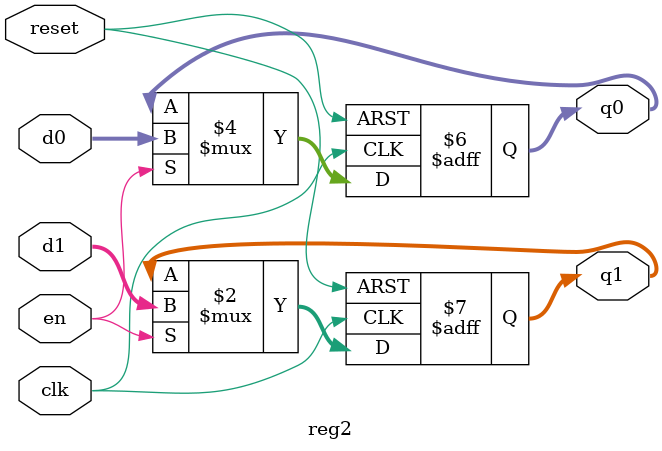
<source format=sv>
module reg2 #(parameter WIDTH = 8) (
  input  logic           clk, reset, en,
  input  logic [WIDTH-1:0] d0, d1,
  output logic [WIDTH-1:0] q0, q1
);
  always @(posedge clk, posedge reset)
    if (reset) begin
      q0 <= 0;
      q1 <= 0;
    end
    else if (en) begin
      q0 <= d0;
      q1 <= d1;    
    end

endmodule

</source>
